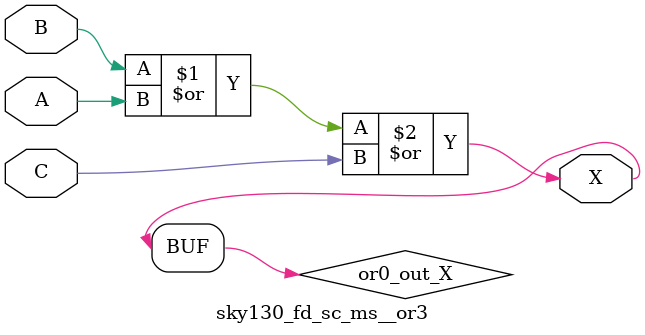
<source format=v>
/*
 * Copyright 2020 The SkyWater PDK Authors
 *
 * Licensed under the Apache License, Version 2.0 (the "License");
 * you may not use this file except in compliance with the License.
 * You may obtain a copy of the License at
 *
 *     https://www.apache.org/licenses/LICENSE-2.0
 *
 * Unless required by applicable law or agreed to in writing, software
 * distributed under the License is distributed on an "AS IS" BASIS,
 * WITHOUT WARRANTIES OR CONDITIONS OF ANY KIND, either express or implied.
 * See the License for the specific language governing permissions and
 * limitations under the License.
 *
 * SPDX-License-Identifier: Apache-2.0
*/


`ifndef SKY130_FD_SC_MS__OR3_FUNCTIONAL_V
`define SKY130_FD_SC_MS__OR3_FUNCTIONAL_V

/**
 * or3: 3-input OR.
 *
 * Verilog simulation functional model.
 */

`timescale 1ns / 1ps
`default_nettype none

`celldefine
module sky130_fd_sc_ms__or3 (
    X,
    A,
    B,
    C
);

    // Module ports
    output X;
    input  A;
    input  B;
    input  C;

    // Local signals
    wire or0_out_X;

    //  Name  Output     Other arguments
    or  or0  (or0_out_X, B, A, C        );
    buf buf0 (X        , or0_out_X      );

endmodule
`endcelldefine

`default_nettype wire
`endif  // SKY130_FD_SC_MS__OR3_FUNCTIONAL_V
</source>
